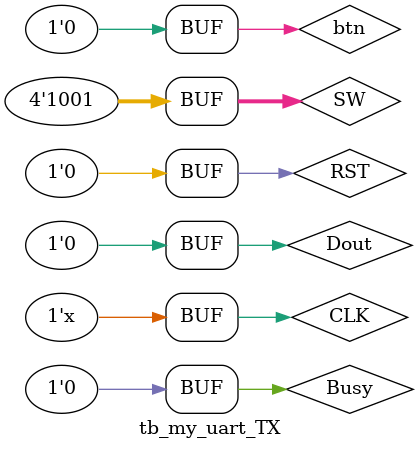
<source format=v>
`timescale 1ns / 1ps


module tb_my_uart_TX();

parameter CLK_PD=8.0;
reg CLK;
reg RST;
reg [3:0] SW;
reg btn=0;
wire Dout=0;
wire Busy=0;

my_uart_TX # 
    (
        .BAUD_RATE(4),
        .CLK_FREQ(CLK_PD),
        .CLK_MAX(2)
    ) dut0 (
    .RST(RST),
    .CLK(CLK),
    .SW(SW),//SW
    .btn(btn),//button1 -> osilloscope·Î send check
    .Dout(Dout),
    .Busy(Busy)//LED
    );
    
initial CLK=1'b0;
always #(CLK_PD/2) CLK=~CLK;

initial begin
    RST=1'b1;
    btn=1'b0;
     SW=4'b1001;
    #(CLK_PD*10);
    RST=1'b0;
    btn=1'b1;
    #(CLK_PD*1000);
    btn=1'b0;
    #(CLK_PD*1000);
end
endmodule

</source>
